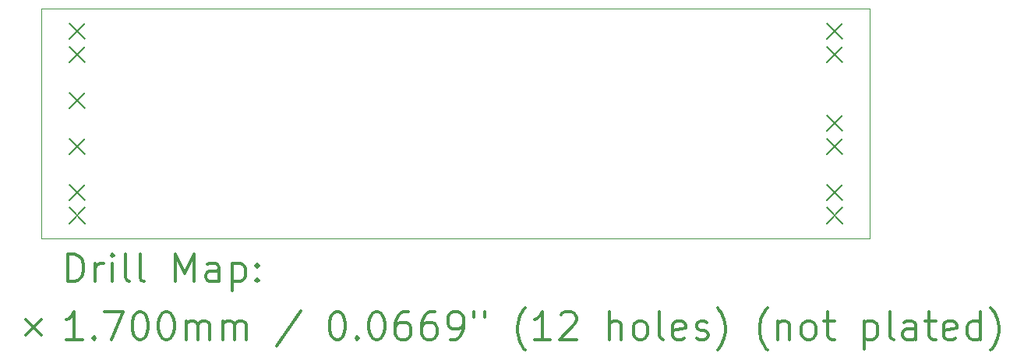
<source format=gbr>
%FSLAX45Y45*%
G04 Gerber Fmt 4.5, Leading zero omitted, Abs format (unit mm)*
G04 Created by KiCad (PCBNEW (5.1.10)-1) date 2021-10-18 13:49:50*
%MOMM*%
%LPD*%
G01*
G04 APERTURE LIST*
%TA.AperFunction,Profile*%
%ADD10C,0.050000*%
%TD*%
%ADD11C,0.200000*%
%ADD12C,0.300000*%
G04 APERTURE END LIST*
D10*
X10500000Y-12150000D02*
X10500000Y-9650000D01*
X19500000Y-12150000D02*
X10500000Y-12150000D01*
X19500000Y-9650000D02*
X19500000Y-12150000D01*
X10500000Y-9650000D02*
X19500000Y-9650000D01*
D11*
X10797000Y-9815000D02*
X10967000Y-9985000D01*
X10967000Y-9815000D02*
X10797000Y-9985000D01*
X10797000Y-10065000D02*
X10967000Y-10235000D01*
X10967000Y-10065000D02*
X10797000Y-10235000D01*
X10797000Y-10565000D02*
X10967000Y-10735000D01*
X10967000Y-10565000D02*
X10797000Y-10735000D01*
X10797000Y-11065000D02*
X10967000Y-11235000D01*
X10967000Y-11065000D02*
X10797000Y-11235000D01*
X10797000Y-11565000D02*
X10967000Y-11735000D01*
X10967000Y-11565000D02*
X10797000Y-11735000D01*
X10797000Y-11815000D02*
X10967000Y-11985000D01*
X10967000Y-11815000D02*
X10797000Y-11985000D01*
X19033000Y-9815000D02*
X19203000Y-9985000D01*
X19203000Y-9815000D02*
X19033000Y-9985000D01*
X19033000Y-10065000D02*
X19203000Y-10235000D01*
X19203000Y-10065000D02*
X19033000Y-10235000D01*
X19033000Y-10815000D02*
X19203000Y-10985000D01*
X19203000Y-10815000D02*
X19033000Y-10985000D01*
X19033000Y-11065000D02*
X19203000Y-11235000D01*
X19203000Y-11065000D02*
X19033000Y-11235000D01*
X19033000Y-11565000D02*
X19203000Y-11735000D01*
X19203000Y-11565000D02*
X19033000Y-11735000D01*
X19033000Y-11815000D02*
X19203000Y-11985000D01*
X19203000Y-11815000D02*
X19033000Y-11985000D01*
D12*
X10783928Y-12618214D02*
X10783928Y-12318214D01*
X10855357Y-12318214D01*
X10898214Y-12332500D01*
X10926786Y-12361071D01*
X10941071Y-12389643D01*
X10955357Y-12446786D01*
X10955357Y-12489643D01*
X10941071Y-12546786D01*
X10926786Y-12575357D01*
X10898214Y-12603929D01*
X10855357Y-12618214D01*
X10783928Y-12618214D01*
X11083928Y-12618214D02*
X11083928Y-12418214D01*
X11083928Y-12475357D02*
X11098214Y-12446786D01*
X11112500Y-12432500D01*
X11141071Y-12418214D01*
X11169643Y-12418214D01*
X11269643Y-12618214D02*
X11269643Y-12418214D01*
X11269643Y-12318214D02*
X11255357Y-12332500D01*
X11269643Y-12346786D01*
X11283928Y-12332500D01*
X11269643Y-12318214D01*
X11269643Y-12346786D01*
X11455357Y-12618214D02*
X11426786Y-12603929D01*
X11412500Y-12575357D01*
X11412500Y-12318214D01*
X11612500Y-12618214D02*
X11583928Y-12603929D01*
X11569643Y-12575357D01*
X11569643Y-12318214D01*
X11955357Y-12618214D02*
X11955357Y-12318214D01*
X12055357Y-12532500D01*
X12155357Y-12318214D01*
X12155357Y-12618214D01*
X12426786Y-12618214D02*
X12426786Y-12461071D01*
X12412500Y-12432500D01*
X12383928Y-12418214D01*
X12326786Y-12418214D01*
X12298214Y-12432500D01*
X12426786Y-12603929D02*
X12398214Y-12618214D01*
X12326786Y-12618214D01*
X12298214Y-12603929D01*
X12283928Y-12575357D01*
X12283928Y-12546786D01*
X12298214Y-12518214D01*
X12326786Y-12503929D01*
X12398214Y-12503929D01*
X12426786Y-12489643D01*
X12569643Y-12418214D02*
X12569643Y-12718214D01*
X12569643Y-12432500D02*
X12598214Y-12418214D01*
X12655357Y-12418214D01*
X12683928Y-12432500D01*
X12698214Y-12446786D01*
X12712500Y-12475357D01*
X12712500Y-12561071D01*
X12698214Y-12589643D01*
X12683928Y-12603929D01*
X12655357Y-12618214D01*
X12598214Y-12618214D01*
X12569643Y-12603929D01*
X12841071Y-12589643D02*
X12855357Y-12603929D01*
X12841071Y-12618214D01*
X12826786Y-12603929D01*
X12841071Y-12589643D01*
X12841071Y-12618214D01*
X12841071Y-12432500D02*
X12855357Y-12446786D01*
X12841071Y-12461071D01*
X12826786Y-12446786D01*
X12841071Y-12432500D01*
X12841071Y-12461071D01*
X10327500Y-13027500D02*
X10497500Y-13197500D01*
X10497500Y-13027500D02*
X10327500Y-13197500D01*
X10941071Y-13248214D02*
X10769643Y-13248214D01*
X10855357Y-13248214D02*
X10855357Y-12948214D01*
X10826786Y-12991071D01*
X10798214Y-13019643D01*
X10769643Y-13033929D01*
X11069643Y-13219643D02*
X11083928Y-13233929D01*
X11069643Y-13248214D01*
X11055357Y-13233929D01*
X11069643Y-13219643D01*
X11069643Y-13248214D01*
X11183928Y-12948214D02*
X11383928Y-12948214D01*
X11255357Y-13248214D01*
X11555357Y-12948214D02*
X11583928Y-12948214D01*
X11612500Y-12962500D01*
X11626786Y-12976786D01*
X11641071Y-13005357D01*
X11655357Y-13062500D01*
X11655357Y-13133929D01*
X11641071Y-13191071D01*
X11626786Y-13219643D01*
X11612500Y-13233929D01*
X11583928Y-13248214D01*
X11555357Y-13248214D01*
X11526786Y-13233929D01*
X11512500Y-13219643D01*
X11498214Y-13191071D01*
X11483928Y-13133929D01*
X11483928Y-13062500D01*
X11498214Y-13005357D01*
X11512500Y-12976786D01*
X11526786Y-12962500D01*
X11555357Y-12948214D01*
X11841071Y-12948214D02*
X11869643Y-12948214D01*
X11898214Y-12962500D01*
X11912500Y-12976786D01*
X11926786Y-13005357D01*
X11941071Y-13062500D01*
X11941071Y-13133929D01*
X11926786Y-13191071D01*
X11912500Y-13219643D01*
X11898214Y-13233929D01*
X11869643Y-13248214D01*
X11841071Y-13248214D01*
X11812500Y-13233929D01*
X11798214Y-13219643D01*
X11783928Y-13191071D01*
X11769643Y-13133929D01*
X11769643Y-13062500D01*
X11783928Y-13005357D01*
X11798214Y-12976786D01*
X11812500Y-12962500D01*
X11841071Y-12948214D01*
X12069643Y-13248214D02*
X12069643Y-13048214D01*
X12069643Y-13076786D02*
X12083928Y-13062500D01*
X12112500Y-13048214D01*
X12155357Y-13048214D01*
X12183928Y-13062500D01*
X12198214Y-13091071D01*
X12198214Y-13248214D01*
X12198214Y-13091071D02*
X12212500Y-13062500D01*
X12241071Y-13048214D01*
X12283928Y-13048214D01*
X12312500Y-13062500D01*
X12326786Y-13091071D01*
X12326786Y-13248214D01*
X12469643Y-13248214D02*
X12469643Y-13048214D01*
X12469643Y-13076786D02*
X12483928Y-13062500D01*
X12512500Y-13048214D01*
X12555357Y-13048214D01*
X12583928Y-13062500D01*
X12598214Y-13091071D01*
X12598214Y-13248214D01*
X12598214Y-13091071D02*
X12612500Y-13062500D01*
X12641071Y-13048214D01*
X12683928Y-13048214D01*
X12712500Y-13062500D01*
X12726786Y-13091071D01*
X12726786Y-13248214D01*
X13312500Y-12933929D02*
X13055357Y-13319643D01*
X13698214Y-12948214D02*
X13726786Y-12948214D01*
X13755357Y-12962500D01*
X13769643Y-12976786D01*
X13783928Y-13005357D01*
X13798214Y-13062500D01*
X13798214Y-13133929D01*
X13783928Y-13191071D01*
X13769643Y-13219643D01*
X13755357Y-13233929D01*
X13726786Y-13248214D01*
X13698214Y-13248214D01*
X13669643Y-13233929D01*
X13655357Y-13219643D01*
X13641071Y-13191071D01*
X13626786Y-13133929D01*
X13626786Y-13062500D01*
X13641071Y-13005357D01*
X13655357Y-12976786D01*
X13669643Y-12962500D01*
X13698214Y-12948214D01*
X13926786Y-13219643D02*
X13941071Y-13233929D01*
X13926786Y-13248214D01*
X13912500Y-13233929D01*
X13926786Y-13219643D01*
X13926786Y-13248214D01*
X14126786Y-12948214D02*
X14155357Y-12948214D01*
X14183928Y-12962500D01*
X14198214Y-12976786D01*
X14212500Y-13005357D01*
X14226786Y-13062500D01*
X14226786Y-13133929D01*
X14212500Y-13191071D01*
X14198214Y-13219643D01*
X14183928Y-13233929D01*
X14155357Y-13248214D01*
X14126786Y-13248214D01*
X14098214Y-13233929D01*
X14083928Y-13219643D01*
X14069643Y-13191071D01*
X14055357Y-13133929D01*
X14055357Y-13062500D01*
X14069643Y-13005357D01*
X14083928Y-12976786D01*
X14098214Y-12962500D01*
X14126786Y-12948214D01*
X14483928Y-12948214D02*
X14426786Y-12948214D01*
X14398214Y-12962500D01*
X14383928Y-12976786D01*
X14355357Y-13019643D01*
X14341071Y-13076786D01*
X14341071Y-13191071D01*
X14355357Y-13219643D01*
X14369643Y-13233929D01*
X14398214Y-13248214D01*
X14455357Y-13248214D01*
X14483928Y-13233929D01*
X14498214Y-13219643D01*
X14512500Y-13191071D01*
X14512500Y-13119643D01*
X14498214Y-13091071D01*
X14483928Y-13076786D01*
X14455357Y-13062500D01*
X14398214Y-13062500D01*
X14369643Y-13076786D01*
X14355357Y-13091071D01*
X14341071Y-13119643D01*
X14769643Y-12948214D02*
X14712500Y-12948214D01*
X14683928Y-12962500D01*
X14669643Y-12976786D01*
X14641071Y-13019643D01*
X14626786Y-13076786D01*
X14626786Y-13191071D01*
X14641071Y-13219643D01*
X14655357Y-13233929D01*
X14683928Y-13248214D01*
X14741071Y-13248214D01*
X14769643Y-13233929D01*
X14783928Y-13219643D01*
X14798214Y-13191071D01*
X14798214Y-13119643D01*
X14783928Y-13091071D01*
X14769643Y-13076786D01*
X14741071Y-13062500D01*
X14683928Y-13062500D01*
X14655357Y-13076786D01*
X14641071Y-13091071D01*
X14626786Y-13119643D01*
X14941071Y-13248214D02*
X14998214Y-13248214D01*
X15026786Y-13233929D01*
X15041071Y-13219643D01*
X15069643Y-13176786D01*
X15083928Y-13119643D01*
X15083928Y-13005357D01*
X15069643Y-12976786D01*
X15055357Y-12962500D01*
X15026786Y-12948214D01*
X14969643Y-12948214D01*
X14941071Y-12962500D01*
X14926786Y-12976786D01*
X14912500Y-13005357D01*
X14912500Y-13076786D01*
X14926786Y-13105357D01*
X14941071Y-13119643D01*
X14969643Y-13133929D01*
X15026786Y-13133929D01*
X15055357Y-13119643D01*
X15069643Y-13105357D01*
X15083928Y-13076786D01*
X15198214Y-12948214D02*
X15198214Y-13005357D01*
X15312500Y-12948214D02*
X15312500Y-13005357D01*
X15755357Y-13362500D02*
X15741071Y-13348214D01*
X15712500Y-13305357D01*
X15698214Y-13276786D01*
X15683928Y-13233929D01*
X15669643Y-13162500D01*
X15669643Y-13105357D01*
X15683928Y-13033929D01*
X15698214Y-12991071D01*
X15712500Y-12962500D01*
X15741071Y-12919643D01*
X15755357Y-12905357D01*
X16026786Y-13248214D02*
X15855357Y-13248214D01*
X15941071Y-13248214D02*
X15941071Y-12948214D01*
X15912500Y-12991071D01*
X15883928Y-13019643D01*
X15855357Y-13033929D01*
X16141071Y-12976786D02*
X16155357Y-12962500D01*
X16183928Y-12948214D01*
X16255357Y-12948214D01*
X16283928Y-12962500D01*
X16298214Y-12976786D01*
X16312500Y-13005357D01*
X16312500Y-13033929D01*
X16298214Y-13076786D01*
X16126786Y-13248214D01*
X16312500Y-13248214D01*
X16669643Y-13248214D02*
X16669643Y-12948214D01*
X16798214Y-13248214D02*
X16798214Y-13091071D01*
X16783928Y-13062500D01*
X16755357Y-13048214D01*
X16712500Y-13048214D01*
X16683928Y-13062500D01*
X16669643Y-13076786D01*
X16983928Y-13248214D02*
X16955357Y-13233929D01*
X16941071Y-13219643D01*
X16926786Y-13191071D01*
X16926786Y-13105357D01*
X16941071Y-13076786D01*
X16955357Y-13062500D01*
X16983928Y-13048214D01*
X17026786Y-13048214D01*
X17055357Y-13062500D01*
X17069643Y-13076786D01*
X17083928Y-13105357D01*
X17083928Y-13191071D01*
X17069643Y-13219643D01*
X17055357Y-13233929D01*
X17026786Y-13248214D01*
X16983928Y-13248214D01*
X17255357Y-13248214D02*
X17226786Y-13233929D01*
X17212500Y-13205357D01*
X17212500Y-12948214D01*
X17483928Y-13233929D02*
X17455357Y-13248214D01*
X17398214Y-13248214D01*
X17369643Y-13233929D01*
X17355357Y-13205357D01*
X17355357Y-13091071D01*
X17369643Y-13062500D01*
X17398214Y-13048214D01*
X17455357Y-13048214D01*
X17483928Y-13062500D01*
X17498214Y-13091071D01*
X17498214Y-13119643D01*
X17355357Y-13148214D01*
X17612500Y-13233929D02*
X17641071Y-13248214D01*
X17698214Y-13248214D01*
X17726786Y-13233929D01*
X17741071Y-13205357D01*
X17741071Y-13191071D01*
X17726786Y-13162500D01*
X17698214Y-13148214D01*
X17655357Y-13148214D01*
X17626786Y-13133929D01*
X17612500Y-13105357D01*
X17612500Y-13091071D01*
X17626786Y-13062500D01*
X17655357Y-13048214D01*
X17698214Y-13048214D01*
X17726786Y-13062500D01*
X17841071Y-13362500D02*
X17855357Y-13348214D01*
X17883928Y-13305357D01*
X17898214Y-13276786D01*
X17912500Y-13233929D01*
X17926786Y-13162500D01*
X17926786Y-13105357D01*
X17912500Y-13033929D01*
X17898214Y-12991071D01*
X17883928Y-12962500D01*
X17855357Y-12919643D01*
X17841071Y-12905357D01*
X18383928Y-13362500D02*
X18369643Y-13348214D01*
X18341071Y-13305357D01*
X18326786Y-13276786D01*
X18312500Y-13233929D01*
X18298214Y-13162500D01*
X18298214Y-13105357D01*
X18312500Y-13033929D01*
X18326786Y-12991071D01*
X18341071Y-12962500D01*
X18369643Y-12919643D01*
X18383928Y-12905357D01*
X18498214Y-13048214D02*
X18498214Y-13248214D01*
X18498214Y-13076786D02*
X18512500Y-13062500D01*
X18541071Y-13048214D01*
X18583928Y-13048214D01*
X18612500Y-13062500D01*
X18626786Y-13091071D01*
X18626786Y-13248214D01*
X18812500Y-13248214D02*
X18783928Y-13233929D01*
X18769643Y-13219643D01*
X18755357Y-13191071D01*
X18755357Y-13105357D01*
X18769643Y-13076786D01*
X18783928Y-13062500D01*
X18812500Y-13048214D01*
X18855357Y-13048214D01*
X18883928Y-13062500D01*
X18898214Y-13076786D01*
X18912500Y-13105357D01*
X18912500Y-13191071D01*
X18898214Y-13219643D01*
X18883928Y-13233929D01*
X18855357Y-13248214D01*
X18812500Y-13248214D01*
X18998214Y-13048214D02*
X19112500Y-13048214D01*
X19041071Y-12948214D02*
X19041071Y-13205357D01*
X19055357Y-13233929D01*
X19083928Y-13248214D01*
X19112500Y-13248214D01*
X19441071Y-13048214D02*
X19441071Y-13348214D01*
X19441071Y-13062500D02*
X19469643Y-13048214D01*
X19526786Y-13048214D01*
X19555357Y-13062500D01*
X19569643Y-13076786D01*
X19583928Y-13105357D01*
X19583928Y-13191071D01*
X19569643Y-13219643D01*
X19555357Y-13233929D01*
X19526786Y-13248214D01*
X19469643Y-13248214D01*
X19441071Y-13233929D01*
X19755357Y-13248214D02*
X19726786Y-13233929D01*
X19712500Y-13205357D01*
X19712500Y-12948214D01*
X19998214Y-13248214D02*
X19998214Y-13091071D01*
X19983928Y-13062500D01*
X19955357Y-13048214D01*
X19898214Y-13048214D01*
X19869643Y-13062500D01*
X19998214Y-13233929D02*
X19969643Y-13248214D01*
X19898214Y-13248214D01*
X19869643Y-13233929D01*
X19855357Y-13205357D01*
X19855357Y-13176786D01*
X19869643Y-13148214D01*
X19898214Y-13133929D01*
X19969643Y-13133929D01*
X19998214Y-13119643D01*
X20098214Y-13048214D02*
X20212500Y-13048214D01*
X20141071Y-12948214D02*
X20141071Y-13205357D01*
X20155357Y-13233929D01*
X20183928Y-13248214D01*
X20212500Y-13248214D01*
X20426786Y-13233929D02*
X20398214Y-13248214D01*
X20341071Y-13248214D01*
X20312500Y-13233929D01*
X20298214Y-13205357D01*
X20298214Y-13091071D01*
X20312500Y-13062500D01*
X20341071Y-13048214D01*
X20398214Y-13048214D01*
X20426786Y-13062500D01*
X20441071Y-13091071D01*
X20441071Y-13119643D01*
X20298214Y-13148214D01*
X20698214Y-13248214D02*
X20698214Y-12948214D01*
X20698214Y-13233929D02*
X20669643Y-13248214D01*
X20612500Y-13248214D01*
X20583928Y-13233929D01*
X20569643Y-13219643D01*
X20555357Y-13191071D01*
X20555357Y-13105357D01*
X20569643Y-13076786D01*
X20583928Y-13062500D01*
X20612500Y-13048214D01*
X20669643Y-13048214D01*
X20698214Y-13062500D01*
X20812500Y-13362500D02*
X20826786Y-13348214D01*
X20855357Y-13305357D01*
X20869643Y-13276786D01*
X20883928Y-13233929D01*
X20898214Y-13162500D01*
X20898214Y-13105357D01*
X20883928Y-13033929D01*
X20869643Y-12991071D01*
X20855357Y-12962500D01*
X20826786Y-12919643D01*
X20812500Y-12905357D01*
M02*

</source>
